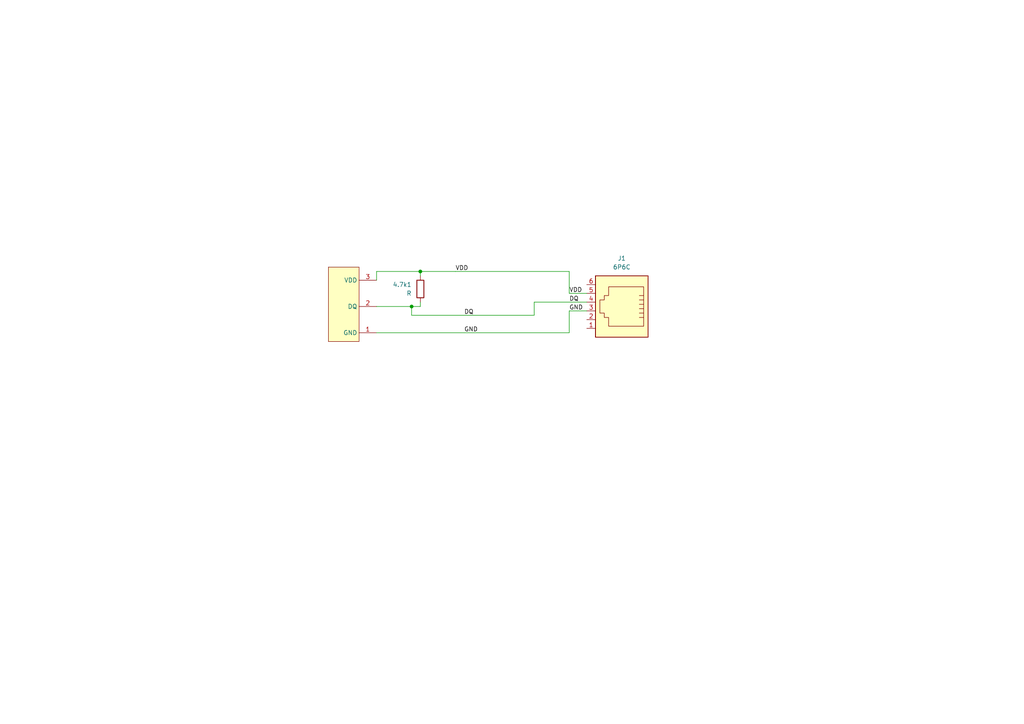
<source format=kicad_sch>
(kicad_sch (version 20230121) (generator eeschema)
  (paper "A4")
  (lib_symbols
    (symbol "Connector:6P6C" (pin_names (offset 1.016))
      (property "Reference" "J" (at -5.08 11.43 0))
      (property "Value" "6P6C" (at 2.54 11.43 0))
      (symbol "6P6C_0_1"
        (polyline (pts (xy -6.35 -1.905) (xy -5.08 -1.905) (xy -5.08 -1.905)))
        (polyline (pts (xy -6.35 -0.635) (xy -5.08 -0.635) (xy -5.08 -0.635)))
        (polyline (pts (xy -6.35 0.635) (xy -5.08 0.635) (xy -5.08 0.635)))
        (polyline (pts (xy -6.35 1.905) (xy -5.08 1.905) (xy -5.08 1.905)))
        (polyline (pts (xy -6.35 3.175) (xy -5.08 3.175) (xy -5.08 3.175)))
        (polyline (pts (xy -5.08 4.445) (xy -6.35 4.445) (xy -6.35 4.445)))
        (polyline (pts (xy -6.35 -4.445) (xy -6.35 6.985) (xy 3.81 6.985) (xy 3.81 4.445) (xy 5.08 4.445) (xy 5.08 3.175) (xy 6.35 3.175) (xy 6.35 -0.635) (xy 5.08 -0.635) (xy 5.08 -1.905) (xy 3.81 -1.905) (xy 3.81 -4.445) (xy -6.35 -4.445) (xy -6.35 -4.445)))
        (rectangle (start 7.62 10.16) (end -7.62 -7.62) (stroke (width 0.254)) (fill (type background)))
      )
      (symbol "6P6C_1_1"
        (pin passive line (at 10.16 -5.08 180) (length 2.54) (name "~") (number "1"))
        (pin passive line (at 10.16 -2.54 180) (length 2.54) (name "~") (number "2"))
        (pin passive line (at 10.16 0 180) (length 2.54) (name "~") (number "3"))
        (pin passive line (at 10.16 2.54 180) (length 2.54) (name "~") (number "4"))
        (pin passive line (at 10.16 5.08 180) (length 2.54) (name "~") (number "5"))
        (pin passive line (at 10.16 7.62 180) (length 2.54) (name "~") (number "6"))
      )
    )
    (symbol "Device:R" (pin_numbers hide) (pin_names (offset 0))
      (property "Reference" "R" (at 2.032 0 90))
      (property "Value" "R" (at 0 0 90))
      (symbol "R_0_1"
        (rectangle (start -1.016 -2.54) (end 1.016 2.54) (stroke (width 0.254)))
      )
      (symbol "R_1_1"
        (pin passive line (at 0 3.81 270) (length 1.27) (name "~") (number "1"))
        (pin passive line (at 0 -3.81 90) (length 1.27) (name "~") (number "2"))
      )
    )
    (symbol "Temperature Senor Board V2 (2)-eagle-import:DS18B"
      (symbol "DS18B_1_0"
        (pin bidirectional line (at 25.4 -5.08 180) (length 5.08) (name "GND") (number "1"))
        (pin bidirectional line (at 25.4 -12.7 180) (length 5.08) (name "DQ") (number "2"))
        (pin bidirectional line (at 25.4 -20.32 180) (length 5.08) (name "VDD") (number "3"))
      )
      (symbol "DS18B_1_1"
        (rectangle (start 11.43 -2.54) (end 20.32 -24.13) (fill (type background)))
      )
    )
  )
  (junction (at 121.92 78.74))
  (junction (at 119.38 88.9))
  (wire (pts (xy 165.1 78.74) (xy 165.1 85.09)))
  (wire (pts (xy 165.1 96.52) (xy 165.1 90.17)))
  (wire (pts (xy 109.22 96.52) (xy 134.62 96.52)) (stroke (width 0.1524)))
  (wire (pts (xy 119.38 88.9) (xy 121.92 88.9)) (stroke (width 0.1524)))
  (wire (pts (xy 165.1 90.17) (xy 170.18 90.17)))
  (wire (pts (xy 109.22 78.74) (xy 121.92 78.74)) (stroke (width 0.1524)))
  (wire (pts (xy 165.1 85.09) (xy 170.18 85.09)))
  (wire (pts (xy 119.38 91.44) (xy 134.62 91.44)) (stroke (width 0.1524)))
  (wire (pts (xy 119.38 88.9) (xy 119.38 91.44)) (stroke (width 0.1524)))
  (wire (pts (xy 121.92 80.01) (xy 121.92 78.74)))
  (wire (pts (xy 132.08 78.74) (xy 165.1 78.74)))
  (wire (pts (xy 109.22 81.28) (xy 109.22 78.74)) (stroke (width 0.1524)))
  (wire (pts (xy 134.62 96.52) (xy 165.1 96.52)))
  (wire (pts (xy 109.22 88.9) (xy 119.38 88.9)) (stroke (width 0.1524)))
  (wire (pts (xy 154.94 91.44) (xy 154.94 87.63)))
  (wire (pts (xy 154.94 87.63) (xy 170.18 87.63)))
  (wire (pts (xy 134.62 91.44) (xy 154.94 91.44)))
  (wire (pts (xy 121.92 88.9) (xy 121.92 87.63)))
  (wire (pts (xy 121.92 78.74) (xy 132.08 78.74)) (stroke (width 0.1524)))
  (label "DQ" (at 165.1 87.63 0) (effects (font (size 1.2446 1.2446))))
  (label "VDD" (at 165.1 85.09 0) (effects (font (size 1.2446 1.2446))))
  (label "VDD" (at 132.08 78.74 0) (effects (font (size 1.2446 1.2446))))
  (label "DQ" (at 134.62 91.44 0) (effects (font (size 1.2446 1.2446))))
  (label "GND" (at 165.1 90.17 0) (effects (font (size 1.2446 1.2446))))
  (label "GND" (at 134.62 96.52 0) (effects (font (size 1.2446 1.2446))))
  (symbol (lib_id "Temperature Senor Board V2 (2)-eagle-import:DS18B") (at 83.82 101.6 0) (mirror x) (unit 1)
    (property "Reference" "U$1" (effects hide))
    (property "Value" "DS18B" (effects hide))
    (property "Footprint" "AutoLoadbankFootprint:TO92-3" (effects hide))
  )
  (symbol (lib_id "Device:R") (at 121.92 83.82 0) (mirror x) (unit 1)
    (property "Reference" "4.7k1" (at 119.38 82.55 0) (effects (justify right)))
    (property "Value" "R" (at 119.38 85.09 0) (effects (justify right)))
    (property "Footprint" "AutoLoadbankFootprint:R0805" (effects hide))
  )
  (symbol (lib_id "Connector:6P6C") (at 180.34 90.17 0) (mirror y) (unit 1)
    (property "Reference" "J1" (at 180.34 74.93 0))
    (property "Value" "6P6C" (at 180.34 77.47 0))
    (property "Footprint" "AutoLoadbankFootprint:1734723-1_RJ11" (effects hide))
  )
)
</source>
